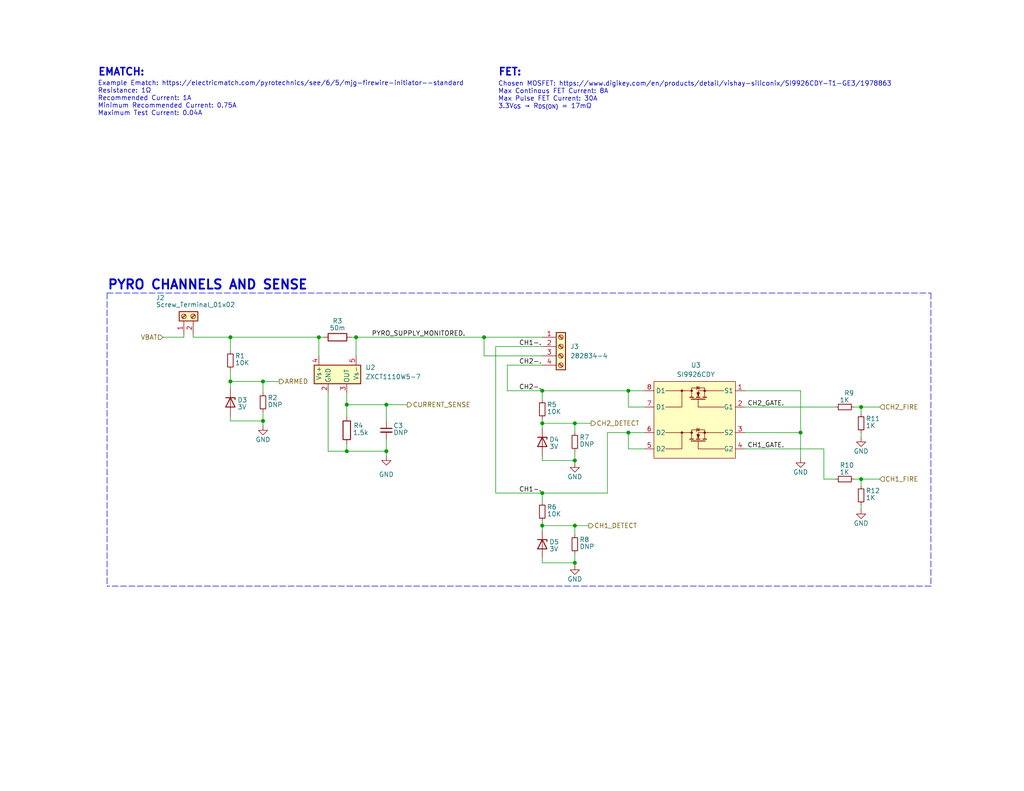
<source format=kicad_sch>
(kicad_sch (version 20230121) (generator eeschema)
  (paper "USLetter")
  (title_block (title "SRAD-FC") (date "2023-04-27") (rev "0.1") (company "Missouri S&T Rocket Design Team") (comment 1 "Seth Sievers") (comment 2 "Nat Curtis"))
  (lib_symbols
    (symbol "Amplifier_Current:ZXCT1110" (pin_names (offset 0.254))
      (property "Reference" "U" (at 7.62 1.27 0))
      (property "Value" "ZXCT1110" (at 7.62 -1.27 0))
      (symbol "ZXCT1110_0_1"
        (rectangle (start -6.35 2.54) (end 6.35 -2.54) (stroke (width 0.254)) (fill (type background)))
      )
      (symbol "ZXCT1110_1_1"
        (pin no_connect line (at 0 2.54 270) (length 2.54) hide (name "NC") (number "1"))
        (pin power_in line (at -2.54 -5.08 90) (length 2.54) (name "GND") (number "2"))
        (pin output line (at 2.54 -5.08 90) (length 2.54) (name "OUT") (number "3"))
        (pin input line (at -5.08 5.08 270) (length 2.54) (name "Vs+") (number "4"))
        (pin input line (at 5.08 5.08 270) (length 2.54) (name "Vs-") (number "5"))
      )
    )
    (symbol "Connector:Screw_Terminal_01x02" (pin_names (offset 1.016) hide)
      (property "Reference" "J" (at 0 2.54 0))
      (property "Value" "Screw_Terminal_01x02" (at 0 -5.08 0))
      (symbol "Screw_Terminal_01x02_1_1"
        (rectangle (start -1.27 1.27) (end 1.27 -3.81) (stroke (width 0.254)) (fill (type background)))
        (circle (center 0 -2.54) (radius 0.635) (stroke (width 0.1524)))
        (polyline (pts (xy -0.5334 -2.2098) (xy 0.3302 -3.048)) (stroke (width 0.1524)))
        (polyline (pts (xy -0.5334 0.3302) (xy 0.3302 -0.508)) (stroke (width 0.1524)))
        (polyline (pts (xy -0.3556 -2.032) (xy 0.508 -2.8702)) (stroke (width 0.1524)))
        (polyline (pts (xy -0.3556 0.508) (xy 0.508 -0.3302)) (stroke (width 0.1524)))
        (circle (center 0 0) (radius 0.635) (stroke (width 0.1524)))
        (pin passive line (at -5.08 0 0) (length 3.81) (name "Pin_1") (number "1"))
        (pin passive line (at -5.08 -2.54 0) (length 3.81) (name "Pin_2") (number "2"))
      )
    )
    (symbol "Connector:Screw_Terminal_01x04" (pin_names (offset 1.016) hide)
      (property "Reference" "J" (at 0 5.08 0))
      (property "Value" "Screw_Terminal_01x04" (at 0 -7.62 0))
      (symbol "Screw_Terminal_01x04_1_1"
        (rectangle (start -1.27 3.81) (end 1.27 -6.35) (stroke (width 0.254)) (fill (type background)))
        (circle (center 0 -5.08) (radius 0.635) (stroke (width 0.1524)))
        (circle (center 0 -2.54) (radius 0.635) (stroke (width 0.1524)))
        (polyline (pts (xy -0.5334 -4.7498) (xy 0.3302 -5.588)) (stroke (width 0.1524)))
        (polyline (pts (xy -0.5334 -2.2098) (xy 0.3302 -3.048)) (stroke (width 0.1524)))
        (polyline (pts (xy -0.5334 0.3302) (xy 0.3302 -0.508)) (stroke (width 0.1524)))
        (polyline (pts (xy -0.5334 2.8702) (xy 0.3302 2.032)) (stroke (width 0.1524)))
        (polyline (pts (xy -0.3556 -4.572) (xy 0.508 -5.4102)) (stroke (width 0.1524)))
        (polyline (pts (xy -0.3556 -2.032) (xy 0.508 -2.8702)) (stroke (width 0.1524)))
        (polyline (pts (xy -0.3556 0.508) (xy 0.508 -0.3302)) (stroke (width 0.1524)))
        (polyline (pts (xy -0.3556 3.048) (xy 0.508 2.2098)) (stroke (width 0.1524)))
        (circle (center 0 0) (radius 0.635) (stroke (width 0.1524)))
        (circle (center 0 2.54) (radius 0.635) (stroke (width 0.1524)))
        (pin passive line (at -5.08 2.54 0) (length 3.81) (name "Pin_1") (number "1"))
        (pin passive line (at -5.08 0 0) (length 3.81) (name "Pin_2") (number "2"))
        (pin passive line (at -5.08 -2.54 0) (length 3.81) (name "Pin_3") (number "3"))
        (pin passive line (at -5.08 -5.08 0) (length 3.81) (name "Pin_4") (number "4"))
      )
    )
    (symbol "D_Zener_1" (pin_numbers hide) (pin_names (offset 1.016) hide)
      (property "Reference" "D1" (at -0.635 1.905 90))
      (property "Value" "3V" (at 1.27 1.905 90))
      (symbol "D_Zener_1_0_1"
        (polyline (pts (xy 1.27 0) (xy -1.27 0)))
        (polyline (pts (xy -1.27 -1.27) (xy -1.27 1.27) (xy -0.762 1.27)) (stroke (width 0.254)))
        (polyline (pts (xy 1.27 -1.27) (xy 1.27 1.27) (xy -1.27 0) (xy 1.27 -1.27)) (stroke (width 0.254)))
      )
      (symbol "D_Zener_1_1_1"
        (pin passive line (at 3.81 0 180) (length 2.54) (name "A") (number "1"))
        (pin no_connect line (at 6.35 2.54 0) (length 2.54) hide (name "NC") (number "2"))
        (pin passive line (at -3.81 0 0) (length 2.54) (name "K") (number "3"))
      )
    )
    (symbol "Device:C_Small" (pin_numbers hide) (pin_names (offset 0.254) hide)
      (property "Reference" "C" (at 0.254 1.778 0))
      (property "Value" "C_Small" (at 0.254 -2.032 0))
      (symbol "C_Small_0_1"
        (polyline (pts (xy -1.524 -0.508) (xy 1.524 -0.508)) (stroke (width 0.3302)))
        (polyline (pts (xy -1.524 0.508) (xy 1.524 0.508)) (stroke (width 0.3048)))
      )
      (symbol "C_Small_1_1"
        (pin passive line (at 0 2.54 270) (length 2.032) (name "~") (number "1"))
        (pin passive line (at 0 -2.54 90) (length 2.032) (name "~") (number "2"))
      )
    )
    (symbol "Device:R" (pin_numbers hide) (pin_names (offset 0))
      (property "Reference" "R" (at 2.032 0 90))
      (property "Value" "R" (at 0 0 90))
      (symbol "R_0_1"
        (rectangle (start -1.016 -2.54) (end 1.016 2.54) (stroke (width 0.254)))
      )
      (symbol "R_1_1"
        (pin passive line (at 0 3.81 270) (length 1.27) (name "~") (number "1"))
        (pin passive line (at 0 -3.81 90) (length 1.27) (name "~") (number "2"))
      )
    )
    (symbol "Device:R_Small" (pin_numbers hide) (pin_names (offset 0.254) hide)
      (property "Reference" "R" (at 0.762 0.508 0))
      (property "Value" "R_Small" (at 0.762 -1.016 0))
      (symbol "R_Small_0_1"
        (rectangle (start -0.762 1.778) (end 0.762 -1.778) (stroke (width 0.2032)))
      )
      (symbol "R_Small_1_1"
        (pin passive line (at 0 2.54 270) (length 0.762) (name "~") (number "1"))
        (pin passive line (at 0 -2.54 90) (length 0.762) (name "~") (number "2"))
      )
    )
    (symbol "SI9926CDY:SI9926CDY"
      (property "Reference" "U" (at 0 13.97 0))
      (property "Value" "SI9926CDY" (at 0.635 12.065 0))
      (symbol "SI9926CDY_0_1"
        (circle (center -3.048 -3.81) (radius 0.254) (fill (type outline)))
        (circle (center -3.048 7.62) (radius 0.254) (fill (type outline)))
        (polyline (pts (xy -8.255 -8.255) (xy -1.27 -8.255)))
        (polyline (pts (xy -8.255 -3.81) (xy -3.81 -3.81)))
        (polyline (pts (xy -8.255 3.175) (xy -1.27 3.175)))
        (polyline (pts (xy -8.255 7.62) (xy -3.81 7.62)))
        (polyline (pts (xy -2.54 -5.588) (xy -3.556 -5.588)) (stroke (width 0.254)))
        (polyline (pts (xy -2.54 5.842) (xy -3.556 5.842)) (stroke (width 0.254)))
        (polyline (pts (xy -1.27 -6.096) (xy -1.27 -8.255)))
        (polyline (pts (xy -1.27 5.334) (xy -1.27 3.175)))
        (polyline (pts (xy -0.762 -5.588) (xy -1.778 -5.588)) (stroke (width 0.254)))
        (polyline (pts (xy -0.762 5.842) (xy -1.778 5.842)) (stroke (width 0.254)))
        (polyline (pts (xy 0.635 -6.096) (xy -3.175 -6.096)) (stroke (width 0.254)))
        (polyline (pts (xy 0.635 5.334) (xy -3.175 5.334)) (stroke (width 0.254)))
        (polyline (pts (xy 1.016 -5.588) (xy 0 -5.588)) (stroke (width 0.254)))
        (polyline (pts (xy 1.016 5.842) (xy 0 5.842)) (stroke (width 0.254)))
        (polyline (pts (xy 2.54 -3.81) (xy 0.508 -3.81)))
        (polyline (pts (xy 2.54 7.62) (xy 0.508 7.62)))
        (polyline (pts (xy 7.62 -8.255) (xy 4.445 -8.255)))
        (polyline (pts (xy 7.62 -3.81) (xy 2.54 -3.81)))
        (polyline (pts (xy 7.62 3.175) (xy 4.445 3.175)))
        (polyline (pts (xy 7.62 7.62) (xy 2.54 7.62)))
        (polyline (pts (xy -3.81 -3.81) (xy -1.27 -3.81) (xy -1.27 -5.588)))
        (polyline (pts (xy -3.81 7.62) (xy -1.27 7.62) (xy -1.27 5.842)))
        (polyline (pts (xy 4.445 -8.255) (xy 3.175 -8.255) (xy 3.175 -3.81)))
        (polyline (pts (xy 4.445 3.175) (xy 3.175 3.175) (xy 3.175 7.62)))
        (polyline (pts (xy -3.048 -5.588) (xy -3.048 -3.048) (xy 0.508 -3.048) (xy 0.508 -5.588)))
        (polyline (pts (xy -3.048 5.842) (xy -3.048 8.382) (xy 0.508 8.382) (xy 0.508 5.842)))
        (polyline (pts (xy -1.27 -5.334) (xy -0.889 -4.318) (xy -1.651 -4.318) (xy -1.27 -5.334)) (fill (type outline)))
        (polyline (pts (xy -1.27 6.096) (xy -0.889 7.112) (xy -1.651 7.112) (xy -1.27 6.096)) (fill (type outline)))
        (polyline (pts (xy -0.889 -3.048) (xy -1.524 -3.429) (xy -1.524 -2.667) (xy -0.889 -3.048)))
        (polyline (pts (xy -0.889 8.382) (xy -1.524 8.001) (xy -1.524 8.763) (xy -0.889 8.382)))
        (polyline (pts (xy -0.762 -3.556) (xy -0.889 -3.429) (xy -0.889 -2.667) (xy -1.016 -2.54)))
        (polyline (pts (xy -0.762 7.874) (xy -0.889 8.001) (xy -0.889 8.763) (xy -1.016 8.89)))
        (circle (center 0.508 -3.81) (radius 0.254) (fill (type outline)))
        (circle (center 0.508 7.62) (radius 0.254) (fill (type outline)))
        (circle (center 3.175 -3.81) (radius 0.254) (fill (type outline)))
        (circle (center 3.175 7.62) (radius 0.254) (fill (type outline)))
      )
      (symbol "SI9926CDY_1_1"
        (rectangle (start -11.43 10.16) (end 10.795 -10.795) (fill (type background)))
        (pin output line (at -13.97 7.62 0) (length 2.54) (name "S1") (number "1"))
        (pin input line (at -13.97 3.175 0) (length 2.54) (name "G1") (number "2"))
        (pin output line (at -13.97 -3.81 0) (length 2.54) (name "S2") (number "3"))
        (pin input line (at -13.97 -8.255 0) (length 2.54) (name "G2") (number "4"))
        (pin input line (at 13.335 -8.255 180) (length 2.54) (name "D2") (number "5"))
        (pin input line (at 13.335 -3.81 180) (length 2.54) (name "D2") (number "6"))
        (pin input line (at 13.335 3.175 180) (length 2.54) (name "D1") (number "7"))
        (pin input line (at 13.335 7.62 180) (length 2.54) (name "D1") (number "8"))
      )
    )
    (symbol "power:GND" (power) (pin_names (offset 0))
      (property "Value" "GND" (at 0 -3.81 0))
      (symbol "GND_0_1"
        (polyline (pts (xy 0 0) (xy 0 -1.27) (xy 1.27 -1.27) (xy 0 -2.54) (xy -1.27 -1.27) (xy 0 -1.27)))
      )
      (symbol "GND_1_1"
        (pin power_in line (at 0 0 270) (length 0) hide (name "GND") (number "1"))
      )
    )
  )
  (junction (at 171.45 118.11))
  (junction (at 171.45 106.68))
  (junction (at 147.955 106.68))
  (junction (at 62.865 104.14))
  (junction (at 105.41 110.49))
  (junction (at 132.08 92.075))
  (junction (at 147.955 115.57))
  (junction (at 147.955 143.51))
  (junction (at 71.755 114.935))
  (junction (at 156.845 125.73))
  (junction (at 234.95 111.125))
  (junction (at 97.155 92.075))
  (junction (at 147.955 134.62))
  (junction (at 234.95 130.81))
  (junction (at 156.845 143.51))
  (junction (at 156.845 115.57))
  (junction (at 86.995 92.075))
  (junction (at 156.845 153.67))
  (junction (at 94.615 123.19))
  (junction (at 71.755 104.14))
  (junction (at 62.865 92.075))
  (junction (at 218.44 118.11))
  (junction (at 94.615 110.49))
  (junction (at 105.41 123.19))
  (wire (pts (xy 147.955 152.4) (xy 147.955 153.67)))
  (wire (pts (xy 156.845 115.57) (xy 156.845 118.11)))
  (wire (pts (xy 171.45 118.11) (xy 175.895 118.11)))
  (wire (pts (xy 71.755 104.14) (xy 76.2 104.14)))
  (wire (pts (xy 89.535 123.19) (xy 89.535 107.315)))
  (wire (pts (xy 156.845 125.73) (xy 156.845 126.365)))
  (wire (pts (xy 147.955 134.62) (xy 147.955 137.16)))
  (wire (pts (xy 147.955 115.57) (xy 156.845 115.57)))
  (wire (pts (xy 94.615 107.315) (xy 94.615 110.49)))
  (wire (pts (xy 86.995 92.075) (xy 88.265 92.075)))
  (wire (pts (xy 89.535 123.19) (xy 94.615 123.19)))
  (wire (pts (xy 44.45 92.075) (xy 50.165 92.075)))
  (wire (pts (xy 105.41 110.49) (xy 105.41 114.935)))
  (wire (pts (xy 132.08 97.155) (xy 132.08 92.075)))
  (wire (pts (xy 94.615 121.285) (xy 94.615 123.19)))
  (wire (pts (xy 97.155 92.075) (xy 132.08 92.075)))
  (wire (pts (xy 234.95 111.125) (xy 234.95 113.03)))
  (wire (pts (xy 147.955 124.46) (xy 147.955 125.73)))
  (wire (pts (xy 105.41 110.49) (xy 111.125 110.49)))
  (wire (pts (xy 234.95 130.81) (xy 240.03 130.81)))
  (wire (pts (xy 62.865 92.075) (xy 86.995 92.075)))
  (wire (pts (xy 147.955 106.68) (xy 171.45 106.68)))
  (wire (pts (xy 156.845 143.51) (xy 160.655 143.51)))
  (wire (pts (xy 203.2 118.11) (xy 218.44 118.11)))
  (wire (pts (xy 62.865 104.14) (xy 62.865 106.045)))
  (wire (pts (xy 234.95 111.125) (xy 240.03 111.125)))
  (wire (pts (xy 95.885 92.075) (xy 97.155 92.075)))
  (wire (pts (xy 165.735 134.62) (xy 165.735 118.11)))
  (wire (pts (xy 156.845 143.51) (xy 156.845 146.05)))
  (wire (pts (xy 71.755 104.14) (xy 71.755 107.315)))
  (wire (pts (xy 105.41 120.015) (xy 105.41 123.19)))
  (wire (pts (xy 147.955 134.62) (xy 165.735 134.62)))
  (wire (pts (xy 234.95 118.11) (xy 234.95 119.38)))
  (wire (pts (xy 138.43 99.695) (xy 147.955 99.695)))
  (wire (pts (xy 50.165 92.075) (xy 50.165 91.44)))
  (polyline (pts (xy 29.21 80.01) (xy 254 80.01)) (stroke (width 0) (type dash)))
  (wire (pts (xy 203.2 111.125) (xy 227.965 111.125)))
  (wire (pts (xy 135.255 94.615) (xy 135.255 134.62)))
  (wire (pts (xy 94.615 123.19) (xy 105.41 123.19)))
  (wire (pts (xy 171.45 122.555) (xy 171.45 118.11)))
  (wire (pts (xy 71.755 112.395) (xy 71.755 114.935)))
  (wire (pts (xy 147.955 143.51) (xy 156.845 143.51)))
  (polyline (pts (xy 254 160.02) (xy 29.21 160.02)) (stroke (width 0) (type dash)))
  (wire (pts (xy 147.955 142.24) (xy 147.955 143.51)))
  (wire (pts (xy 62.865 92.075) (xy 62.865 95.885)))
  (wire (pts (xy 52.705 92.075) (xy 52.705 91.44)))
  (wire (pts (xy 233.045 130.81) (xy 234.95 130.81)))
  (wire (pts (xy 218.44 106.68) (xy 218.44 118.11)))
  (wire (pts (xy 62.865 113.665) (xy 62.865 114.935)))
  (wire (pts (xy 234.95 130.81) (xy 234.95 132.715)))
  (wire (pts (xy 71.755 114.935) (xy 62.865 114.935)))
  (wire (pts (xy 86.995 97.155) (xy 86.995 92.075)))
  (wire (pts (xy 147.955 106.68) (xy 147.955 109.22)))
  (wire (pts (xy 62.865 104.14) (xy 71.755 104.14)))
  (wire (pts (xy 97.155 92.075) (xy 97.155 97.155)))
  (wire (pts (xy 147.955 115.57) (xy 147.955 116.84)))
  (polyline (pts (xy 254 80.01) (xy 254 160.02)) (stroke (width 0) (type dash)))
  (wire (pts (xy 224.79 122.555) (xy 224.79 130.81)))
  (wire (pts (xy 203.2 122.555) (xy 224.79 122.555)))
  (wire (pts (xy 52.705 92.075) (xy 62.865 92.075)))
  (wire (pts (xy 156.845 115.57) (xy 161.29 115.57)))
  (wire (pts (xy 94.615 110.49) (xy 94.615 113.665)))
  (wire (pts (xy 135.255 134.62) (xy 147.955 134.62)))
  (wire (pts (xy 147.955 153.67) (xy 156.845 153.67)))
  (wire (pts (xy 138.43 99.695) (xy 138.43 106.68)))
  (wire (pts (xy 224.79 130.81) (xy 227.965 130.81)))
  (wire (pts (xy 203.2 106.68) (xy 218.44 106.68)))
  (wire (pts (xy 218.44 118.11) (xy 218.44 125.095)))
  (wire (pts (xy 175.895 122.555) (xy 171.45 122.555)))
  (wire (pts (xy 156.845 153.67) (xy 156.845 154.305)))
  (wire (pts (xy 135.255 94.615) (xy 147.955 94.615)))
  (wire (pts (xy 94.615 110.49) (xy 105.41 110.49)))
  (wire (pts (xy 147.955 125.73) (xy 156.845 125.73)))
  (wire (pts (xy 62.865 100.965) (xy 62.865 104.14)))
  (wire (pts (xy 71.755 114.935) (xy 71.755 116.205)))
  (wire (pts (xy 147.955 114.3) (xy 147.955 115.57)))
  (wire (pts (xy 147.955 143.51) (xy 147.955 144.78)))
  (wire (pts (xy 233.045 111.125) (xy 234.95 111.125)))
  (wire (pts (xy 171.45 106.68) (xy 171.45 111.125)))
  (wire (pts (xy 138.43 106.68) (xy 147.955 106.68)))
  (wire (pts (xy 132.08 92.075) (xy 147.955 92.075)))
  (wire (pts (xy 156.845 123.19) (xy 156.845 125.73)))
  (wire (pts (xy 156.845 151.13) (xy 156.845 153.67)))
  (wire (pts (xy 147.955 97.155) (xy 132.08 97.155)))
  (wire (pts (xy 175.895 111.125) (xy 171.45 111.125)))
  (wire (pts (xy 105.41 123.19) (xy 105.41 124.46)))
  (wire (pts (xy 165.735 118.11) (xy 171.45 118.11)))
  (polyline (pts (xy 29.21 80.01) (xy 29.21 160.02)) (stroke (width 0) (type dash)))
  (wire (pts (xy 234.95 137.795) (xy 234.95 139.065)))
  (wire (pts (xy 171.45 106.68) (xy 175.895 106.68)))
  (text "REDO CALCULATION" (at -83.185 27.94 0) (effects (font (size 5.12 5.12) (thickness 0.512) bold) (justify left bottom)))
  (text "Chosen MOSFET: https://www.digikey.com/en/products/detail/vishay-siliconix/SI9926CDY-T1-GE3/1978863\nMax Continous FET Current: 8A\nMax Pulse FET Current: 30A\n3.3V_{GS} → R_{DS(ON)} = 17mΩ\n" (at 135.89 29.845 0) (effects (font (size 1.27 1.27)) (justify left bottom)))
  (text "Example Ematch: https://electricmatch.com/pyrotechnics/see/6/5/mjg-firewire-initiator--standard\nResistance: 1Ω\nRecommended Current: 1A\nMinimum Recommended Current: 0.75A\nMaximum Test Current: 0.04A\n" (at 26.67 31.75 0) (effects (font (size 1.27 1.27)) (justify left bottom)))
  (text "FET:" (at 135.89 20.955 0) (effects (font (size 2 2) (thickness 0.4) bold) (justify left bottom)))
  (text "EMATCH:" (at 26.67 20.955 0) (effects (font (size 2 2) (thickness 0.4) bold) (justify left bottom)))
  (text "PYRO CHANNELS AND SENSE" (at 29.21 79.375 0) (effects (font (size 2.52 2.52) (thickness 0.504) bold) (justify left bottom)))
  (label "PYRO_SUPPLY_MONITORED." (at 127 92.075 180))
  (label "CH2-." (at 141.605 99.695 0))
  (label "CH1-." (at 141.605 134.62 0))
  (label "CH1_GATE." (at 213.995 122.555 180))
  (label "CH2_GATE." (at 213.995 111.125 180))
  (label "CH1-." (at 141.605 94.615 0))
  (label "CH2-." (at 141.605 106.68 0))
  (hierarchical_label "ARMED" (shape output) (at 76.2 104.14 0))
  (hierarchical_label "CH2_DETECT" (shape output) (at 161.29 115.57 0))
  (hierarchical_label "CH1_FIRE" (shape input) (at 240.03 130.81 0))
  (hierarchical_label "VBAT" (shape input) (at 44.45 92.075 180))
  (hierarchical_label "CH1_DETECT" (shape output) (at 160.655 143.51 0))
  (hierarchical_label "CH2_FIRE" (shape input) (at 240.03 111.125 0))
  (hierarchical_label "CURRENT_SENSE" (shape output) (at 111.125 110.49 0))
  (symbol (lib_id "Device:R_Small") (at 62.865 98.425 0) (unit 1)
    (property "Reference" "R1" (at 64.135 97.155 0) (effects (justify left)))
    (property "Value" "10K" (at 64.135 99.06 0) (effects (justify left)))
    (property "Footprint" "Resistor_SMD:R_0402_1005Metric" (effects hide))
    (instances (project "FC" (path "" (reference "R1") (unit 1))) (project "dev-board" (path "" (reference "R4") (unit 1))))
  )
  (symbol (lib_id "Device:R_Small") (at 71.755 109.855 0) (unit 1)
    (property "Reference" "R2" (at 73.025 108.585 0) (effects (justify left)))
    (property "Value" "DNP" (at 73.025 110.49 0) (effects (justify left)))
    (property "Footprint" "Resistor_SMD:R_0402_1005Metric" (effects hide))
    (instances (project "FC" (path "" (reference "R2") (unit 1))) (project "dev-board" (path "" (reference "R5") (unit 1))))
  )
  (symbol (lib_id "power:GND") (at 218.44 125.095 0) (unit 1)
    (property "Reference" "#PWR010" (effects hide))
    (property "Value" "GND" (at 218.44 128.905 0))
    (instances (project "FC" (path "" (reference "#PWR010") (unit 1))) (project "dev-board" (path "" (reference "#PWR014") (unit 1))))
  )
  (symbol (lib_id "Device:R_Small") (at 147.955 111.76 0) (unit 1)
    (property "Reference" "R5" (at 149.225 110.49 0) (effects (justify left)))
    (property "Value" "10K" (at 149.225 112.395 0) (effects (justify left)))
    (property "Footprint" "Resistor_SMD:R_0402_1005Metric" (effects hide))
    (instances (project "FC" (path "" (reference "R5") (unit 1))) (project "dev-board" (path "" (reference "R8") (unit 1))))
  )
  (symbol (lib_id "power:GND") (at 71.755 116.205 0) (unit 1)
    (property "Reference" "#PWR06" (effects hide))
    (property "Value" "GND" (at 71.755 120.015 0))
    (instances (project "FC" (path "" (reference "#PWR06") (unit 1))) (project "dev-board" (path "" (reference "#PWR010") (unit 1))))
  )
  (symbol (lib_id "Device:R_Small") (at 234.95 115.57 0) (unit 1)
    (property "Reference" "R11" (at 236.22 114.3 0) (effects (justify left)))
    (property "Value" "1K" (at 236.22 116.205 0) (effects (justify left)))
    (property "Footprint" "Resistor_SMD:R_0402_1005Metric" (effects hide))
    (instances (project "FC" (path "" (reference "R11") (unit 1))) (project "dev-board" (path "" (reference "R14") (unit 1))))
  )
  (symbol (lib_id "power:GND") (at 156.845 154.305 0) (unit 1)
    (property "Reference" "#PWR09" (effects hide))
    (property "Value" "GND" (at 156.845 158.115 0))
    (instances (project "FC" (path "" (reference "#PWR09") (unit 1))) (project "dev-board" (path "" (reference "#PWR013") (unit 1))))
  )
  (symbol (lib_id "power:GND") (at 156.845 126.365 0) (unit 1)
    (property "Reference" "#PWR08" (effects hide))
    (property "Value" "GND" (at 156.845 130.175 0))
    (instances (project "FC" (path "" (reference "#PWR08") (unit 1))) (project "dev-board" (path "" (reference "#PWR012") (unit 1))))
  )
  (symbol (lib_name "D_Zener_1") (lib_id "Device:D_Zener") (at 62.865 109.855 270) (unit 1)
    (property "Reference" "D3" (at 64.77 109.22 90) (effects (justify left)))
    (property "Value" "3V" (at 64.77 111.125 90) (effects (justify left)))
    (property "Footprint" "Package_TO_SOT_SMD:SOT-23" (effects hide))
    (property "Datasheet" "https://www.diodes.com/assets/Datasheets/MMBZ5221B-MMBZ5259B.pdf" (effects hide))
    (property "Digikey" "https://www.digikey.com/en/products/detail/diodes-incorporated/MMBZ5225B-7-F/814491" (effects hide))
    (instances (project "FC" (path "" (reference "D3") (unit 1))) (project "dev-board" (path "" (reference "D1") (unit 1))))
  )
  (symbol (lib_id "Device:R_Small") (at 234.95 135.255 0) (unit 1)
    (property "Reference" "R12" (at 236.22 133.985 0) (effects (justify left)))
    (property "Value" "1K" (at 236.22 135.89 0) (effects (justify left)))
    (property "Footprint" "Resistor_SMD:R_0402_1005Metric" (effects hide))
    (instances (project "FC" (path "" (reference "R12") (unit 1))) (project "dev-board" (path "" (reference "R15") (unit 1))))
  )
  (symbol (lib_id "Connector:Screw_Terminal_01x04") (at 153.035 94.615 0) (unit 1)
    (property "Reference" "J3" (at 155.575 94.615 0) (effects (justify left)))
    (property "Value" "282834-4" (at 155.575 97.155 0) (effects (justify left)))
    (property "Footprint" "TerminalBlock_TE-Connectivity:TerminalBlock_TE_282834-4_1x04_P2.54mm_Horizontal" (effects hide))
    (property "Datasheet" "https://www.te.com/commerce/DocumentDelivery/DDEController?Action=srchrtrv&DocNm=282834&DocType=Customer+Drawing&DocLang=English" (effects hide))
    (property "Digikey" "https://www.digikey.com/en/products/detail/te-connectivity-amp-connectors/282834-4/1153265" (effects hide))
    (instances (project "FC" (path "" (reference "J3") (unit 1))) (project "dev-board" (path "" (reference "J2") (unit 1))))
  )
  (symbol (lib_id "Device:R_Small") (at 230.505 111.125 90) (unit 1)
    (property "Reference" "R9" (at 233.045 107.315 90) (effects (justify left)))
    (property "Value" "1K" (at 231.775 109.22 90) (effects (justify left)))
    (property "Footprint" "Resistor_SMD:R_0402_1005Metric" (effects hide))
    (instances (project "FC" (path "" (reference "R9") (unit 1))) (project "dev-board" (path "" (reference "R12") (unit 1))))
  )
  (symbol (lib_id "Device:R_Small") (at 156.845 120.65 0) (unit 1)
    (property "Reference" "R7" (at 158.115 119.38 0) (effects (justify left)))
    (property "Value" "DNP" (at 158.115 121.285 0) (effects (justify left)))
    (property "Footprint" "Resistor_SMD:R_0402_1005Metric" (effects hide))
    (instances (project "FC" (path "" (reference "R7") (unit 1))) (project "dev-board" (path "" (reference "R10") (unit 1))))
  )
  (symbol (lib_id "power:GND") (at 234.95 119.38 0) (unit 1)
    (property "Reference" "#PWR011" (effects hide))
    (property "Value" "GND" (at 234.95 123.19 0))
    (instances (project "FC" (path "" (reference "#PWR011") (unit 1))) (project "dev-board" (path "" (reference "#PWR015") (unit 1))))
  )
  (symbol (lib_id "Device:R_Small") (at 230.505 130.81 90) (unit 1)
    (property "Reference" "R10" (at 233.045 127 90) (effects (justify left)))
    (property "Value" "1K" (at 231.775 128.905 90) (effects (justify left)))
    (property "Footprint" "Resistor_SMD:R_0402_1005Metric" (effects hide))
    (instances (project "FC" (path "" (reference "R10") (unit 1))) (project "dev-board" (path "" (reference "R13") (unit 1))))
  )
  (symbol (lib_id "power:GND") (at 105.41 124.46 0) (unit 1)
    (property "Reference" "#PWR07" (effects hide))
    (property "Value" "GND" (at 105.41 129.54 0))
    (instances (project "FC" (path "" (reference "#PWR07") (unit 1))) (project "dev-board" (path "" (reference "#PWR011") (unit 1))))
  )
  (symbol (lib_id "Amplifier_Current:ZXCT1110") (at 92.075 102.235 0) (unit 1)
    (property "Reference" "U2" (at 99.695 100.33 0) (effects (justify left)))
    (property "Value" "ZXCT1110W5-7" (at 99.695 102.87 0) (effects (justify left)))
    (property "Footprint" "Package_TO_SOT_SMD:SOT-23-5" (effects hide))
    (property "Datasheet" "https://www.diodes.com/assets/Datasheets/ZXCT1107_10.pdf" (effects hide))
    (property "Digikey" "https://www.digikey.com/en/products/detail/diodes-incorporated/ZXCT1110W5-7/3678144" (effects hide))
  )
  (symbol (lib_name "D_Zener_1") (lib_id "Device:D_Zener") (at 147.955 148.59 270) (unit 1)
    (property "Reference" "D5" (at 149.86 147.955 90) (effects (justify left)))
    (property "Value" "3V" (at 149.86 149.86 90) (effects (justify left)))
    (property "Footprint" "Package_TO_SOT_SMD:SOT-23" (effects hide))
    (property "Datasheet" "https://www.diodes.com/assets/Datasheets/MMBZ5221B-MMBZ5259B.pdf" (effects hide))
    (property "Digikey" "https://www.digikey.com/en/products/detail/diodes-incorporated/MMBZ5225B-7-F/814491" (effects hide))
    (instances (project "FC" (path "" (reference "D5") (unit 1))) (project "dev-board" (path "" (reference "D3") (unit 1))))
  )
  (symbol (lib_id "Device:R_Small") (at 156.845 148.59 0) (unit 1)
    (property "Reference" "R8" (at 158.115 147.32 0) (effects (justify left)))
    (property "Value" "DNP" (at 158.115 149.225 0) (effects (justify left)))
    (property "Footprint" "Resistor_SMD:R_0402_1005Metric" (effects hide))
    (instances (project "FC" (path "" (reference "R8") (unit 1))) (project "dev-board" (path "" (reference "R11") (unit 1))))
  )
  (symbol (lib_name "D_Zener_1") (lib_id "Device:D_Zener") (at 147.955 120.65 270) (unit 1)
    (property "Reference" "D4" (at 149.86 120.015 90) (effects (justify left)))
    (property "Value" "3V" (at 149.86 121.92 90) (effects (justify left)))
    (property "Footprint" "Package_TO_SOT_SMD:SOT-23" (effects hide))
    (property "Datasheet" "https://www.diodes.com/assets/Datasheets/MMBZ5221B-MMBZ5259B.pdf" (effects hide))
    (property "Digikey" "https://www.digikey.com/en/products/detail/diodes-incorporated/MMBZ5225B-7-F/814491" (effects hide))
    (instances (project "FC" (path "" (reference "D4") (unit 1))) (project "dev-board" (path "" (reference "D2") (unit 1))))
  )
  (symbol (lib_id "Connector:Screw_Terminal_01x02") (at 50.165 86.36 90) (unit 1)
    (property "Reference" "J2" (at 42.545 81.28 90) (effects (justify right)))
    (property "Value" "Screw_Terminal_01x02" (at 42.545 83.185 90) (effects (justify right)))
  )
  (symbol (lib_id "Device:C_Small") (at 105.41 117.475 0) (unit 1)
    (property "Reference" "C3" (at 107.315 116.205 0) (effects (justify left)))
    (property "Value" "DNP" (at 107.315 118.1037 0) (effects (justify left)))
    (property "Footprint" "Resistor_SMD:R_0603_1608Metric" (effects hide))
    (instances (project "FC" (path "" (reference "C3") (unit 1))) (project "dev-board" (path "" (reference "C12") (unit 1))))
  )
  (symbol (lib_id "Device:R") (at 92.075 92.075 90) (unit 1)
    (property "Reference" "R3" (at 92.075 87.63 90))
    (property "Value" "50m" (at 92.075 89.535 90))
    (property "Footprint" "Resistor_SMD:R_1206_3216Metric" (effects hide))
    (property "Datasheet" "https://www.eaton.com/content/dam/eaton/products/electronic-components/resources/data-sheet/eaton-msma-automotive-smd-current-sense-resistor-metal-strip-data-sheet-elx1179.pdf" (effects hide))
    (property "Digikey" "https://www.digikey.com/en/products/detail/eaton-electronics-division/MSMA1206R0500FCM/16713143" (effects hide))
    (instances (project "FC" (path "" (reference "R3") (unit 1))) (project "dev-board" (path "" (reference "R6") (unit 1))))
  )
  (symbol (lib_id "power:GND") (at 234.95 139.065 0) (unit 1)
    (property "Reference" "#PWR012" (effects hide))
    (property "Value" "GND" (at 234.95 142.875 0))
    (instances (project "FC" (path "" (reference "#PWR012") (unit 1))) (project "dev-board" (path "" (reference "#PWR016") (unit 1))))
  )
  (symbol (lib_id "Device:R_Small") (at 147.955 139.7 0) (unit 1)
    (property "Reference" "R6" (at 149.225 138.43 0) (effects (justify left)))
    (property "Value" "10K" (at 149.225 140.335 0) (effects (justify left)))
    (property "Footprint" "Resistor_SMD:R_0402_1005Metric" (effects hide))
    (instances (project "FC" (path "" (reference "R6") (unit 1))) (project "dev-board" (path "" (reference "R9") (unit 1))))
  )
  (symbol (lib_id "SI9926CDY:SI9926CDY") (at 189.23 114.3 0) (mirror y) (unit 1)
    (property "Reference" "U3" (at 189.865 99.695 0))
    (property "Value" "SI9926CDY" (at 189.865 102.235 0))
    (property "Footprint" "Package_SO:SO-8_3.9x4.9mm_P1.27mm" (effects hide))
    (property "Datasheet" "https://www.vishay.com/docs/68606/si9926cd.pdf" (effects hide))
    (property "Digikey" "https://www.digikey.com/en/products/detail/vishay-siliconix/SI9926CDY-T1-GE3/1978863" (effects hide))
  )
  (symbol (lib_id "Device:R") (at 94.615 117.475 0) (unit 1)
    (property "Reference" "R4" (at 97.79 116.205 0))
    (property "Value" "1.5k" (at 98.425 118.11 0))
    (property "Footprint" "Resistor_SMD:R_0402_1005Metric" (effects hide))
    (property "Datasheet" "https://media.digikey.com/pdf/Data%20Sheets/Thin%20Film%20Tech%20PDFs/D1WEL%20Series.pdf" (effects hide))
    (property "Digikey" "https://www.digikey.com/en/products/detail/thin-film-technology-corp/D1WEL0603MR050F-T5/16735320" (effects hide))
    (instances (project "FC" (path "" (reference "R4") (unit 1))) (project "dev-board" (path "" (reference "R7") (unit 1))))
  )
)
</source>
